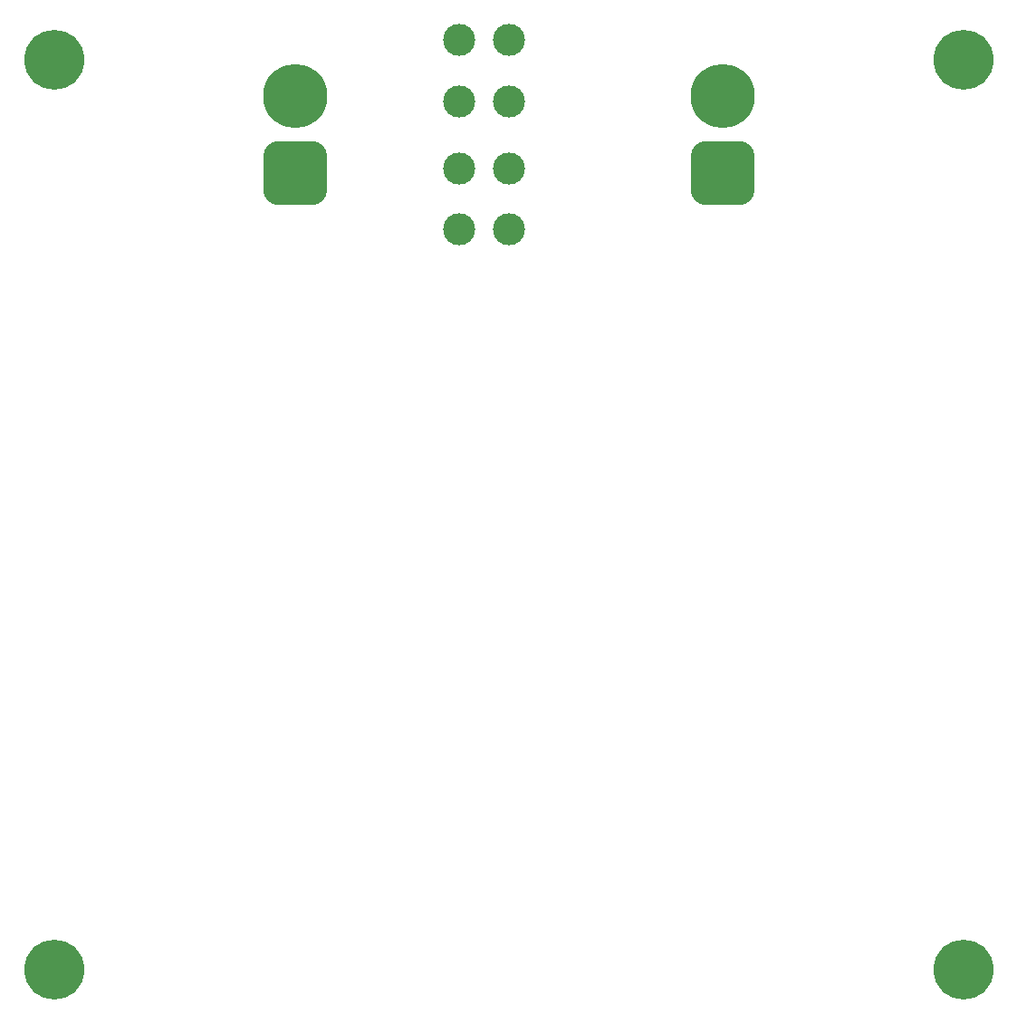
<source format=gbs>
%TF.GenerationSoftware,KiCad,Pcbnew,7.0.8*%
%TF.CreationDate,2024-01-29T21:48:56+01:00*%
%TF.ProjectId,cube-batteryboard,63756265-2d62-4617-9474-657279626f61,rev?*%
%TF.SameCoordinates,Original*%
%TF.FileFunction,Soldermask,Bot*%
%TF.FilePolarity,Negative*%
%FSLAX46Y46*%
G04 Gerber Fmt 4.6, Leading zero omitted, Abs format (unit mm)*
G04 Created by KiCad (PCBNEW 7.0.8) date 2024-01-29 21:48:56*
%MOMM*%
%LPD*%
G01*
G04 APERTURE LIST*
G04 Aperture macros list*
%AMRoundRect*
0 Rectangle with rounded corners*
0 $1 Rounding radius*
0 $2 $3 $4 $5 $6 $7 $8 $9 X,Y pos of 4 corners*
0 Add a 4 corners polygon primitive as box body*
4,1,4,$2,$3,$4,$5,$6,$7,$8,$9,$2,$3,0*
0 Add four circle primitives for the rounded corners*
1,1,$1+$1,$2,$3*
1,1,$1+$1,$4,$5*
1,1,$1+$1,$6,$7*
1,1,$1+$1,$8,$9*
0 Add four rect primitives between the rounded corners*
20,1,$1+$1,$2,$3,$4,$5,0*
20,1,$1+$1,$4,$5,$6,$7,0*
20,1,$1+$1,$6,$7,$8,$9,0*
20,1,$1+$1,$8,$9,$2,$3,0*%
G04 Aperture macros list end*
%ADD10C,5.600000*%
%ADD11RoundRect,1.500000X1.500000X-1.500000X1.500000X1.500000X-1.500000X1.500000X-1.500000X-1.500000X0*%
%ADD12C,6.000000*%
%ADD13C,3.000000*%
G04 APERTURE END LIST*
D10*
%TO.C,H2*%
X110000000Y-25000000D03*
%TD*%
%TO.C,H1*%
X25000000Y-25000000D03*
%TD*%
%TO.C,H3*%
X25000000Y-110000000D03*
%TD*%
%TO.C,H4*%
X110000000Y-110000000D03*
%TD*%
D11*
%TO.C,J2*%
X47500000Y-35600000D03*
D12*
X47500000Y-28400000D03*
%TD*%
D13*
%TO.C,SW1*%
X62900000Y-28850000D03*
X67500000Y-28850000D03*
X62900000Y-23150000D03*
X67500000Y-23150000D03*
%TD*%
D11*
%TO.C,J1*%
X87500000Y-35600000D03*
D12*
X87500000Y-28400000D03*
%TD*%
D13*
%TO.C,SW2*%
X62900000Y-40850000D03*
X67500000Y-40850000D03*
X62900000Y-35150000D03*
X67500000Y-35150000D03*
%TD*%
M02*

</source>
